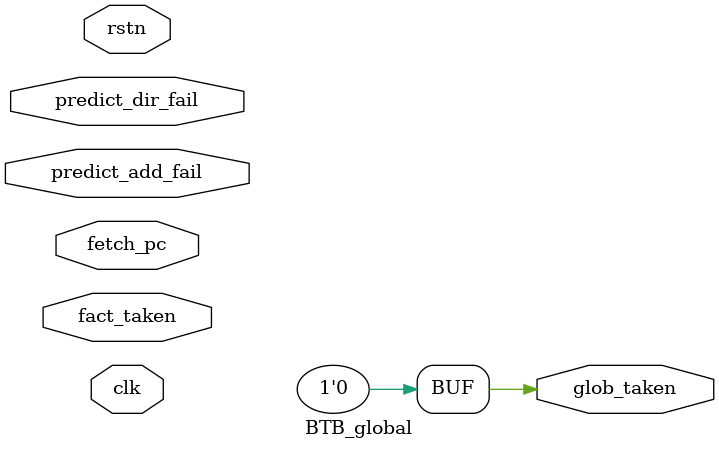
<source format=v>
`include "define.vh"
module BTB_global #(
    parameter MASS  = 2   
) (
    input   clk,
    input   rstn,
    input   [31:0] fetch_pc,
    input   predict_add_fail,
    input   predict_dir_fail,
    input   fact_taken,
    output  glob_taken
);
    assign glob_taken=0;
endmodule
</source>
